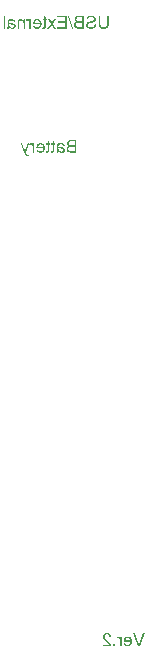
<source format=gbo>
G04*
G04 #@! TF.GenerationSoftware,Altium Limited,CircuitStudio,1.5.1 (13)*
G04*
G04 Layer_Color=13948096*
%FSLAX25Y25*%
%MOIN*%
G70*
G01*
G75*
G36*
X561919Y627953D02*
X561391D01*
Y632243D01*
X561919D01*
Y627953D01*
D02*
G37*
G36*
X590821Y632308D02*
X590972Y632289D01*
X591102Y632269D01*
X591220Y632243D01*
X591311Y632210D01*
X591350Y632197D01*
X591383Y632191D01*
X591416Y632178D01*
X591435Y632171D01*
X591442Y632165D01*
X591448D01*
X591572Y632106D01*
X591683Y632034D01*
X591775Y631962D01*
X591847Y631897D01*
X591905Y631832D01*
X591951Y631779D01*
X591977Y631747D01*
X591984Y631740D01*
Y631734D01*
X592042Y631629D01*
X592088Y631518D01*
X592121Y631420D01*
X592140Y631322D01*
X592153Y631244D01*
X592167Y631185D01*
Y631159D01*
Y631139D01*
Y631133D01*
Y631126D01*
X592160Y631022D01*
X592140Y630917D01*
X592121Y630826D01*
X592088Y630748D01*
X592062Y630682D01*
X592042Y630637D01*
X592023Y630604D01*
X592016Y630591D01*
X591951Y630506D01*
X591879Y630428D01*
X591807Y630362D01*
X591729Y630303D01*
X591664Y630258D01*
X591611Y630225D01*
X591572Y630199D01*
X591566Y630193D01*
X591559D01*
X591513Y630166D01*
X591455Y630147D01*
X591331Y630101D01*
X591193Y630055D01*
X591056Y630010D01*
X590932Y629977D01*
X590880Y629964D01*
X590834Y629951D01*
X590795Y629938D01*
X590763Y629931D01*
X590743Y629925D01*
X590736D01*
X590632Y629899D01*
X590534Y629873D01*
X590443Y629853D01*
X590364Y629833D01*
X590299Y629814D01*
X590234Y629794D01*
X590181Y629781D01*
X590129Y629768D01*
X590090Y629755D01*
X590057Y629742D01*
X590005Y629729D01*
X589979Y629722D01*
X589972Y629716D01*
X589881Y629677D01*
X589796Y629631D01*
X589731Y629592D01*
X589678Y629553D01*
X589639Y629513D01*
X589607Y629487D01*
X589594Y629468D01*
X589587Y629461D01*
X589548Y629402D01*
X589522Y629344D01*
X589496Y629285D01*
X589483Y629226D01*
X589476Y629180D01*
X589470Y629141D01*
Y629115D01*
Y629109D01*
X589476Y629037D01*
X589489Y628971D01*
X589509Y628906D01*
X589528Y628854D01*
X589555Y628808D01*
X589574Y628776D01*
X589587Y628749D01*
X589594Y628743D01*
X589646Y628684D01*
X589705Y628632D01*
X589763Y628586D01*
X589829Y628547D01*
X589881Y628514D01*
X589927Y628495D01*
X589953Y628482D01*
X589966Y628475D01*
X590064Y628442D01*
X590162Y628423D01*
X590253Y628403D01*
X590345Y628397D01*
X590416Y628390D01*
X590482Y628384D01*
X590534D01*
X590665Y628390D01*
X590789Y628403D01*
X590906Y628423D01*
X590998Y628449D01*
X591082Y628469D01*
X591141Y628488D01*
X591181Y628501D01*
X591187Y628508D01*
X591193D01*
X591292Y628560D01*
X591383Y628612D01*
X591455Y628671D01*
X591513Y628723D01*
X591566Y628769D01*
X591598Y628808D01*
X591618Y628834D01*
X591624Y628841D01*
X591670Y628926D01*
X591709Y629011D01*
X591736Y629102D01*
X591762Y629187D01*
X591775Y629265D01*
X591788Y629324D01*
X591794Y629363D01*
Y629370D01*
Y629376D01*
X592330Y629331D01*
X592317Y629174D01*
X592290Y629030D01*
X592251Y628893D01*
X592212Y628782D01*
X592173Y628684D01*
X592153Y628645D01*
X592134Y628612D01*
X592121Y628586D01*
X592108Y628567D01*
X592101Y628560D01*
Y628553D01*
X592010Y628436D01*
X591905Y628332D01*
X591807Y628247D01*
X591703Y628175D01*
X591618Y628116D01*
X591546Y628077D01*
X591520Y628064D01*
X591500Y628051D01*
X591487Y628044D01*
X591481D01*
X591324Y627992D01*
X591161Y627953D01*
X590998Y627920D01*
X590847Y627901D01*
X590776Y627894D01*
X590710Y627887D01*
X590652D01*
X590606Y627881D01*
X590508D01*
X590338Y627887D01*
X590188Y627907D01*
X590044Y627933D01*
X589927Y627966D01*
X589822Y627992D01*
X589783Y628005D01*
X589750Y628018D01*
X589724Y628031D01*
X589705Y628038D01*
X589692Y628044D01*
X589685D01*
X589555Y628116D01*
X589437Y628188D01*
X589339Y628266D01*
X589261Y628344D01*
X589195Y628410D01*
X589156Y628462D01*
X589123Y628501D01*
X589117Y628514D01*
X589052Y628625D01*
X589006Y628743D01*
X588967Y628854D01*
X588947Y628952D01*
X588934Y629037D01*
X588921Y629102D01*
Y629128D01*
Y629148D01*
Y629154D01*
Y629161D01*
X588928Y629285D01*
X588947Y629402D01*
X588980Y629507D01*
X589012Y629592D01*
X589045Y629670D01*
X589078Y629722D01*
X589097Y629755D01*
X589104Y629768D01*
X589176Y629859D01*
X589261Y629944D01*
X589352Y630023D01*
X589443Y630088D01*
X589528Y630134D01*
X589594Y630173D01*
X589620Y630186D01*
X589633Y630199D01*
X589646Y630206D01*
X589652D01*
X589705Y630225D01*
X589770Y630251D01*
X589835Y630277D01*
X589914Y630297D01*
X590070Y630343D01*
X590227Y630388D01*
X590371Y630421D01*
X590436Y630441D01*
X590495Y630454D01*
X590541Y630467D01*
X590573Y630473D01*
X590599Y630480D01*
X590606D01*
X590730Y630513D01*
X590841Y630539D01*
X590939Y630565D01*
X591030Y630597D01*
X591109Y630623D01*
X591174Y630643D01*
X591233Y630669D01*
X591285Y630695D01*
X591331Y630715D01*
X591370Y630728D01*
X591396Y630748D01*
X591416Y630761D01*
X591448Y630780D01*
X591455Y630787D01*
X591507Y630845D01*
X591546Y630904D01*
X591579Y630970D01*
X591598Y631028D01*
X591611Y631081D01*
X591618Y631126D01*
Y631152D01*
Y631166D01*
X591605Y631263D01*
X591579Y631348D01*
X591546Y631427D01*
X591500Y631492D01*
X591461Y631551D01*
X591422Y631590D01*
X591396Y631616D01*
X591389Y631623D01*
X591344Y631655D01*
X591292Y631688D01*
X591174Y631734D01*
X591050Y631766D01*
X590926Y631786D01*
X590815Y631806D01*
X590763D01*
X590723Y631812D01*
X590638D01*
X590462Y631806D01*
X590312Y631779D01*
X590181Y631747D01*
X590077Y631707D01*
X589998Y631668D01*
X589940Y631636D01*
X589907Y631610D01*
X589894Y631603D01*
X589809Y631518D01*
X589737Y631420D01*
X589685Y631322D01*
X589646Y631224D01*
X589620Y631133D01*
X589607Y631061D01*
X589600Y631035D01*
X589594Y631015D01*
Y631002D01*
Y630996D01*
X589052Y631035D01*
X589065Y631172D01*
X589091Y631296D01*
X589130Y631414D01*
X589169Y631512D01*
X589202Y631590D01*
X589234Y631655D01*
X589261Y631694D01*
X589267Y631707D01*
X589346Y631812D01*
X589437Y631903D01*
X589528Y631982D01*
X589620Y632047D01*
X589705Y632093D01*
X589770Y632132D01*
X589796Y632145D01*
X589816Y632152D01*
X589822Y632158D01*
X589829D01*
X589966Y632210D01*
X590109Y632249D01*
X590253Y632276D01*
X590384Y632295D01*
X590495Y632308D01*
X590541D01*
X590586Y632315D01*
X590665D01*
X590821Y632308D01*
D02*
G37*
G36*
X584611Y627881D02*
X584193D01*
X582953Y632315D01*
X583371D01*
X584611Y627881D01*
D02*
G37*
G36*
X567228Y631126D02*
X567339Y631113D01*
X567444Y631087D01*
X567535Y631054D01*
X567627Y631015D01*
X567705Y630970D01*
X567777Y630924D01*
X567849Y630878D01*
X567907Y630826D01*
X567953Y630780D01*
X567999Y630734D01*
X568032Y630695D01*
X568064Y630663D01*
X568084Y630637D01*
X568090Y630623D01*
X568097Y630617D01*
Y631061D01*
X568574D01*
Y627953D01*
X568045D01*
Y629651D01*
Y629755D01*
X568032Y629853D01*
X568025Y629944D01*
X568006Y630029D01*
X567986Y630101D01*
X567966Y630166D01*
X567947Y630225D01*
X567921Y630277D01*
X567901Y630323D01*
X567881Y630362D01*
X567842Y630415D01*
X567816Y630447D01*
X567803Y630460D01*
X567712Y630532D01*
X567607Y630584D01*
X567516Y630623D01*
X567424Y630650D01*
X567339Y630663D01*
X567281Y630676D01*
X567222D01*
X567143Y630669D01*
X567078Y630663D01*
X567013Y630643D01*
X566961Y630630D01*
X566915Y630611D01*
X566882Y630591D01*
X566863Y630584D01*
X566856Y630578D01*
X566804Y630539D01*
X566758Y630493D01*
X566719Y630454D01*
X566686Y630408D01*
X566667Y630375D01*
X566654Y630343D01*
X566641Y630323D01*
Y630317D01*
X566621Y630251D01*
X566602Y630180D01*
X566588Y630095D01*
X566582Y630023D01*
X566575Y629951D01*
Y629892D01*
Y629853D01*
Y629846D01*
Y629840D01*
Y627953D01*
X566046D01*
Y629859D01*
Y629990D01*
X566053Y630095D01*
X566059Y630186D01*
Y630258D01*
X566066Y630310D01*
X566073Y630349D01*
X566079Y630369D01*
Y630375D01*
X566099Y630454D01*
X566125Y630532D01*
X566151Y630597D01*
X566177Y630650D01*
X566203Y630695D01*
X566223Y630734D01*
X566236Y630754D01*
X566242Y630761D01*
X566288Y630819D01*
X566347Y630872D01*
X566406Y630917D01*
X566464Y630957D01*
X566517Y630989D01*
X566556Y631009D01*
X566582Y631022D01*
X566595Y631028D01*
X566686Y631061D01*
X566771Y631087D01*
X566863Y631107D01*
X566941Y631120D01*
X567006Y631126D01*
X567065Y631133D01*
X567111D01*
X567228Y631126D01*
D02*
G37*
G36*
X588170Y627953D02*
X586387D01*
X586257Y627966D01*
X586139Y627972D01*
X586035Y627985D01*
X585956Y627998D01*
X585898Y628005D01*
X585858Y628018D01*
X585845D01*
X585747Y628051D01*
X585656Y628083D01*
X585571Y628116D01*
X585506Y628149D01*
X585447Y628181D01*
X585408Y628207D01*
X585382Y628221D01*
X585375Y628227D01*
X585310Y628286D01*
X585245Y628351D01*
X585192Y628416D01*
X585147Y628482D01*
X585114Y628540D01*
X585081Y628586D01*
X585068Y628619D01*
X585062Y628632D01*
X585016Y628730D01*
X584983Y628828D01*
X584964Y628926D01*
X584944Y629011D01*
X584938Y629082D01*
X584931Y629141D01*
Y629180D01*
Y629193D01*
X584938Y629331D01*
X584964Y629455D01*
X584997Y629559D01*
X585036Y629657D01*
X585081Y629735D01*
X585114Y629794D01*
X585140Y629827D01*
X585147Y629840D01*
X585232Y629938D01*
X585330Y630016D01*
X585428Y630082D01*
X585526Y630140D01*
X585610Y630180D01*
X585682Y630212D01*
X585708Y630219D01*
X585728Y630225D01*
X585741Y630232D01*
X585747D01*
X585637Y630291D01*
X585545Y630356D01*
X585467Y630415D01*
X585401Y630480D01*
X585356Y630532D01*
X585317Y630578D01*
X585297Y630604D01*
X585290Y630617D01*
X585238Y630708D01*
X585206Y630806D01*
X585179Y630891D01*
X585160Y630970D01*
X585147Y631041D01*
X585140Y631094D01*
Y631126D01*
Y631139D01*
X585147Y631250D01*
X585166Y631355D01*
X585192Y631446D01*
X585225Y631531D01*
X585258Y631603D01*
X585284Y631662D01*
X585303Y631694D01*
X585310Y631707D01*
X585382Y631806D01*
X585454Y631884D01*
X585532Y631956D01*
X585610Y632014D01*
X585676Y632054D01*
X585728Y632086D01*
X585767Y632106D01*
X585774Y632112D01*
X585780D01*
X585898Y632158D01*
X586028Y632191D01*
X586159Y632210D01*
X586283Y632230D01*
X586394Y632236D01*
X586440D01*
X586485Y632243D01*
X588170D01*
Y627953D01*
D02*
G37*
G36*
X582469D02*
X579270D01*
Y628456D01*
X581901D01*
Y629918D01*
X579531D01*
Y630421D01*
X581901D01*
Y631740D01*
X579368D01*
Y632243D01*
X582469D01*
Y627953D01*
D02*
G37*
G36*
X569488Y631126D02*
X569553Y631113D01*
X569612Y631100D01*
X569658Y631081D01*
X569703Y631054D01*
X569736Y631041D01*
X569756Y631028D01*
X569762Y631022D01*
X569821Y630976D01*
X569873Y630911D01*
X569932Y630839D01*
X569984Y630767D01*
X570023Y630702D01*
X570056Y630643D01*
X570082Y630604D01*
X570089Y630597D01*
Y631061D01*
X570565D01*
Y627953D01*
X570036D01*
Y629579D01*
X570030Y629703D01*
X570023Y629814D01*
X570010Y629918D01*
X569991Y630010D01*
X569978Y630088D01*
X569965Y630147D01*
X569958Y630180D01*
X569951Y630193D01*
X569925Y630258D01*
X569899Y630317D01*
X569867Y630369D01*
X569834Y630408D01*
X569808Y630441D01*
X569782Y630467D01*
X569769Y630480D01*
X569762Y630486D01*
X569710Y630519D01*
X569658Y630545D01*
X569605Y630565D01*
X569560Y630578D01*
X569514Y630584D01*
X569481Y630591D01*
X569455D01*
X569383Y630584D01*
X569312Y630571D01*
X569246Y630552D01*
X569187Y630532D01*
X569142Y630513D01*
X569102Y630493D01*
X569076Y630480D01*
X569070Y630473D01*
X568881Y630957D01*
X568985Y631015D01*
X569083Y631061D01*
X569174Y631087D01*
X569253Y631113D01*
X569324Y631126D01*
X569377Y631133D01*
X569422D01*
X569488Y631126D01*
D02*
G37*
G36*
X573863Y589788D02*
X573974Y589775D01*
X574078Y589755D01*
X574176Y589729D01*
X574274Y589690D01*
X574359Y589657D01*
X574438Y589618D01*
X574509Y589579D01*
X574575Y589533D01*
X574627Y589494D01*
X574679Y589461D01*
X574718Y589429D01*
X574751Y589396D01*
X574770Y589376D01*
X574784Y589363D01*
X574790Y589357D01*
X574862Y589272D01*
X574921Y589181D01*
X574973Y589082D01*
X575019Y588985D01*
X575058Y588880D01*
X575091Y588782D01*
X575136Y588586D01*
X575156Y588495D01*
X575169Y588410D01*
X575175Y588332D01*
X575182Y588266D01*
X575188Y588214D01*
Y588168D01*
Y588142D01*
Y588136D01*
X575182Y587998D01*
X575169Y587868D01*
X575149Y587744D01*
X575123Y587633D01*
X575097Y587528D01*
X575064Y587430D01*
X575025Y587346D01*
X574986Y587267D01*
X574953Y587195D01*
X574914Y587130D01*
X574882Y587078D01*
X574849Y587039D01*
X574829Y587006D01*
X574810Y586980D01*
X574797Y586967D01*
X574790Y586960D01*
X574712Y586888D01*
X574627Y586823D01*
X574542Y586764D01*
X574451Y586719D01*
X574366Y586680D01*
X574274Y586647D01*
X574104Y586595D01*
X574020Y586575D01*
X573948Y586562D01*
X573882Y586555D01*
X573824Y586549D01*
X573778Y586542D01*
X573713D01*
X573517Y586555D01*
X573347Y586582D01*
X573190Y586627D01*
X573066Y586673D01*
X573007Y586699D01*
X572962Y586719D01*
X572923Y586745D01*
X572890Y586764D01*
X572857Y586777D01*
X572838Y586791D01*
X572831Y586803D01*
X572825D01*
X572707Y586908D01*
X572603Y587032D01*
X572524Y587156D01*
X572459Y587274D01*
X572407Y587385D01*
X572387Y587430D01*
X572374Y587470D01*
X572361Y587502D01*
X572354Y587528D01*
X572348Y587541D01*
Y587548D01*
X572890Y587620D01*
X572942Y587502D01*
X572994Y587398D01*
X573047Y587313D01*
X573099Y587248D01*
X573145Y587189D01*
X573184Y587156D01*
X573210Y587130D01*
X573216Y587123D01*
X573295Y587071D01*
X573380Y587039D01*
X573464Y587012D01*
X573543Y586993D01*
X573608Y586980D01*
X573660Y586973D01*
X573713D01*
X573850Y586986D01*
X573974Y587012D01*
X574085Y587058D01*
X574183Y587111D01*
X574255Y587156D01*
X574313Y587202D01*
X574346Y587228D01*
X574359Y587241D01*
X574444Y587352D01*
X574516Y587483D01*
X574562Y587613D01*
X574601Y587737D01*
X574627Y587855D01*
X574633Y587901D01*
X574640Y587946D01*
Y587979D01*
X574647Y588012D01*
Y588025D01*
Y588031D01*
X572335D01*
X572328Y588090D01*
Y588136D01*
Y588162D01*
Y588168D01*
X572335Y588312D01*
X572348Y588443D01*
X572367Y588567D01*
X572387Y588678D01*
X572420Y588789D01*
X572452Y588887D01*
X572492Y588972D01*
X572524Y589056D01*
X572563Y589128D01*
X572603Y589187D01*
X572635Y589239D01*
X572661Y589285D01*
X572687Y589318D01*
X572707Y589344D01*
X572720Y589357D01*
X572727Y589363D01*
X572805Y589442D01*
X572883Y589507D01*
X572968Y589566D01*
X573053Y589611D01*
X573138Y589657D01*
X573223Y589690D01*
X573380Y589742D01*
X573458Y589762D01*
X573523Y589775D01*
X573589Y589781D01*
X573641Y589788D01*
X573687Y589794D01*
X573745D01*
X573863Y589788D01*
D02*
G37*
G36*
X585630Y586614D02*
X583847D01*
X583717Y586627D01*
X583599Y586634D01*
X583495Y586647D01*
X583416Y586660D01*
X583357Y586666D01*
X583318Y586680D01*
X583305D01*
X583207Y586712D01*
X583116Y586745D01*
X583031Y586777D01*
X582966Y586810D01*
X582907Y586843D01*
X582868Y586869D01*
X582842Y586882D01*
X582835Y586888D01*
X582770Y586947D01*
X582704Y587012D01*
X582652Y587078D01*
X582607Y587143D01*
X582574Y587202D01*
X582541Y587248D01*
X582528Y587280D01*
X582522Y587293D01*
X582476Y587391D01*
X582443Y587489D01*
X582424Y587587D01*
X582404Y587672D01*
X582398Y587744D01*
X582391Y587803D01*
Y587842D01*
Y587855D01*
X582398Y587992D01*
X582424Y588116D01*
X582456Y588221D01*
X582495Y588318D01*
X582541Y588397D01*
X582574Y588456D01*
X582600Y588488D01*
X582607Y588501D01*
X582691Y588599D01*
X582789Y588678D01*
X582887Y588743D01*
X582985Y588802D01*
X583070Y588841D01*
X583142Y588873D01*
X583168Y588880D01*
X583188Y588887D01*
X583201Y588893D01*
X583207D01*
X583096Y588952D01*
X583005Y589017D01*
X582927Y589076D01*
X582861Y589141D01*
X582816Y589193D01*
X582776Y589239D01*
X582757Y589265D01*
X582750Y589278D01*
X582698Y589370D01*
X582665Y589468D01*
X582639Y589553D01*
X582620Y589631D01*
X582607Y589703D01*
X582600Y589755D01*
Y589788D01*
Y589801D01*
X582607Y589912D01*
X582626Y590016D01*
X582652Y590108D01*
X582685Y590193D01*
X582718Y590264D01*
X582744Y590323D01*
X582763Y590356D01*
X582770Y590369D01*
X582842Y590467D01*
X582913Y590545D01*
X582992Y590617D01*
X583070Y590676D01*
X583136Y590715D01*
X583188Y590748D01*
X583227Y590767D01*
X583233Y590774D01*
X583240D01*
X583357Y590820D01*
X583488Y590852D01*
X583619Y590872D01*
X583743Y590891D01*
X583854Y590898D01*
X583899D01*
X583945Y590904D01*
X585630D01*
Y586614D01*
D02*
G37*
G36*
X570611Y589788D02*
X570676Y589775D01*
X570735Y589762D01*
X570781Y589742D01*
X570826Y589716D01*
X570859Y589703D01*
X570879Y589690D01*
X570885Y589683D01*
X570944Y589638D01*
X570996Y589572D01*
X571055Y589500D01*
X571107Y589429D01*
X571146Y589363D01*
X571179Y589304D01*
X571205Y589265D01*
X571212Y589259D01*
Y589722D01*
X571688D01*
Y586614D01*
X571159D01*
Y588240D01*
X571153Y588364D01*
X571146Y588475D01*
X571133Y588580D01*
X571114Y588671D01*
X571101Y588750D01*
X571088Y588808D01*
X571081Y588841D01*
X571074Y588854D01*
X571048Y588919D01*
X571022Y588978D01*
X570990Y589030D01*
X570957Y589069D01*
X570931Y589102D01*
X570905Y589128D01*
X570892Y589141D01*
X570885Y589148D01*
X570833Y589181D01*
X570781Y589207D01*
X570728Y589226D01*
X570683Y589239D01*
X570637Y589246D01*
X570604Y589252D01*
X570578D01*
X570506Y589246D01*
X570435Y589233D01*
X570369Y589213D01*
X570310Y589193D01*
X570265Y589174D01*
X570226Y589154D01*
X570199Y589141D01*
X570193Y589135D01*
X570004Y589618D01*
X570108Y589677D01*
X570206Y589722D01*
X570297Y589749D01*
X570376Y589775D01*
X570448Y589788D01*
X570500Y589794D01*
X570546D01*
X570611Y589788D01*
D02*
G37*
G36*
X576592Y590486D02*
Y589722D01*
X576984D01*
Y589311D01*
X576592D01*
Y587522D01*
Y587437D01*
Y587359D01*
X576586Y587287D01*
Y587221D01*
X576579Y587163D01*
X576573Y587117D01*
X576560Y587032D01*
X576553Y586967D01*
X576540Y586928D01*
X576534Y586902D01*
Y586895D01*
X576508Y586843D01*
X576468Y586797D01*
X576436Y586758D01*
X576397Y586725D01*
X576364Y586699D01*
X576338Y586680D01*
X576318Y586666D01*
X576312Y586660D01*
X576246Y586634D01*
X576174Y586614D01*
X576096Y586595D01*
X576024Y586588D01*
X575959Y586582D01*
X575907Y586575D01*
X575861D01*
X575724Y586582D01*
X575659Y586588D01*
X575600Y586601D01*
X575541Y586608D01*
X575502Y586614D01*
X575476Y586621D01*
X575463D01*
X575534Y587084D01*
X575632Y587071D01*
X575672D01*
X575704Y587065D01*
X575770D01*
X575848Y587071D01*
X575907Y587084D01*
X575939Y587091D01*
X575952Y587097D01*
X575992Y587130D01*
X576018Y587163D01*
X576031Y587189D01*
X576037Y587202D01*
X576044Y587234D01*
X576050Y587274D01*
X576057Y587372D01*
X576063Y587417D01*
Y587457D01*
Y587483D01*
Y587489D01*
Y589311D01*
X575534D01*
Y589722D01*
X576063D01*
Y590806D01*
X576592Y590486D01*
D02*
G37*
G36*
X580510Y589788D02*
X580648Y589775D01*
X580765Y589762D01*
X580869Y589742D01*
X580954Y589716D01*
X581020Y589703D01*
X581039Y589696D01*
X581059Y589690D01*
X581065Y589683D01*
X581072D01*
X581177Y589638D01*
X581268Y589585D01*
X581353Y589533D01*
X581418Y589487D01*
X581470Y589442D01*
X581503Y589402D01*
X581529Y589376D01*
X581536Y589370D01*
X581594Y589291D01*
X581640Y589200D01*
X581679Y589115D01*
X581712Y589030D01*
X581732Y588952D01*
X581751Y588893D01*
X581758Y588854D01*
X581764Y588847D01*
Y588841D01*
X581248Y588769D01*
X581216Y588880D01*
X581170Y588978D01*
X581131Y589056D01*
X581085Y589122D01*
X581046Y589167D01*
X581013Y589200D01*
X580994Y589220D01*
X580987Y589226D01*
X580915Y589272D01*
X580824Y589304D01*
X580739Y589324D01*
X580648Y589344D01*
X580563Y589350D01*
X580497Y589357D01*
X580439D01*
X580301Y589350D01*
X580177Y589331D01*
X580073Y589298D01*
X579988Y589265D01*
X579923Y589233D01*
X579877Y589200D01*
X579844Y589181D01*
X579838Y589174D01*
X579786Y589115D01*
X579753Y589050D01*
X579727Y588972D01*
X579707Y588900D01*
X579694Y588834D01*
X579688Y588776D01*
Y588736D01*
Y588730D01*
Y588723D01*
Y588710D01*
Y588691D01*
Y588645D01*
X579694Y588606D01*
Y588593D01*
Y588586D01*
X579753Y588567D01*
X579818Y588547D01*
X579968Y588508D01*
X580125Y588482D01*
X580275Y588456D01*
X580419Y588429D01*
X580478Y588423D01*
X580530Y588416D01*
X580576Y588410D01*
X580608D01*
X580628Y588403D01*
X580634D01*
X580746Y588390D01*
X580837Y588377D01*
X580922Y588364D01*
X580987Y588351D01*
X581039Y588338D01*
X581072Y588332D01*
X581098Y588325D01*
X581105D01*
X581183Y588299D01*
X581255Y588273D01*
X581314Y588247D01*
X581372Y588214D01*
X581418Y588188D01*
X581451Y588168D01*
X581477Y588155D01*
X581483Y588149D01*
X581542Y588103D01*
X581594Y588057D01*
X581647Y588005D01*
X581686Y587959D01*
X581718Y587914D01*
X581738Y587881D01*
X581751Y587855D01*
X581758Y587848D01*
X581790Y587777D01*
X581816Y587705D01*
X581830Y587633D01*
X581843Y587568D01*
X581849Y587515D01*
X581856Y587470D01*
Y587443D01*
Y587430D01*
X581843Y587293D01*
X581810Y587163D01*
X581771Y587058D01*
X581718Y586967D01*
X581666Y586888D01*
X581627Y586836D01*
X581594Y586803D01*
X581581Y586791D01*
X581470Y586706D01*
X581340Y586647D01*
X581216Y586601D01*
X581085Y586575D01*
X580974Y586555D01*
X580922Y586549D01*
X580883D01*
X580843Y586542D01*
X580798D01*
X580680Y586549D01*
X580576Y586562D01*
X580478Y586575D01*
X580386Y586595D01*
X580314Y586614D01*
X580262Y586634D01*
X580230Y586640D01*
X580217Y586647D01*
X580112Y586692D01*
X580014Y586745D01*
X579916Y586803D01*
X579831Y586869D01*
X579753Y586921D01*
X579701Y586967D01*
X579662Y586993D01*
X579648Y587006D01*
X579635Y586921D01*
X579622Y586849D01*
X579609Y586784D01*
X579590Y586725D01*
X579570Y586680D01*
X579557Y586640D01*
X579551Y586621D01*
X579544Y586614D01*
X578995D01*
X579054Y586745D01*
X579080Y586810D01*
X579100Y586862D01*
X579113Y586908D01*
X579119Y586947D01*
X579126Y586973D01*
Y586980D01*
X579133Y587026D01*
X579139Y587078D01*
Y587137D01*
X579146Y587208D01*
X579152Y587359D01*
Y587522D01*
X579159Y587672D01*
Y587737D01*
Y587796D01*
Y587842D01*
Y587881D01*
Y587907D01*
Y587914D01*
Y588619D01*
Y588743D01*
X579165Y588841D01*
X579172Y588926D01*
Y588991D01*
X579178Y589043D01*
X579185Y589076D01*
X579191Y589096D01*
Y589102D01*
X579211Y589181D01*
X579237Y589252D01*
X579263Y589311D01*
X579289Y589363D01*
X579315Y589409D01*
X579335Y589435D01*
X579348Y589455D01*
X579355Y589461D01*
X579407Y589513D01*
X579459Y589559D01*
X579524Y589598D01*
X579583Y589631D01*
X579635Y589657D01*
X579681Y589683D01*
X579707Y589690D01*
X579720Y589696D01*
X579818Y589729D01*
X579923Y589755D01*
X580034Y589768D01*
X580138Y589781D01*
X580230Y589788D01*
X580301Y589794D01*
X580367D01*
X580510Y589788D01*
D02*
G37*
G36*
X568809Y586608D02*
X568828Y586549D01*
X568848Y586510D01*
X568854Y586484D01*
X568861Y586477D01*
X568900Y586373D01*
X568933Y586281D01*
X568959Y586216D01*
X568978Y586164D01*
X568998Y586124D01*
X569011Y586105D01*
X569018Y586092D01*
Y586085D01*
X569076Y586013D01*
X569135Y585961D01*
X569155Y585942D01*
X569174Y585928D01*
X569187Y585916D01*
X569194D01*
X569233Y585896D01*
X569279Y585883D01*
X569370Y585863D01*
X569416D01*
X569442Y585857D01*
X569475D01*
X569579Y585863D01*
X569671Y585883D01*
X569716Y585896D01*
X569749Y585902D01*
X569768Y585909D01*
X569775D01*
X569716Y585419D01*
X569586Y585380D01*
X569527Y585367D01*
X569475Y585360D01*
X569436D01*
X569403Y585354D01*
X569377D01*
X569285Y585360D01*
X569207Y585373D01*
X569129Y585393D01*
X569070Y585419D01*
X569018Y585439D01*
X568978Y585458D01*
X568952Y585471D01*
X568946Y585478D01*
X568881Y585530D01*
X568815Y585589D01*
X568763Y585654D01*
X568711Y585713D01*
X568672Y585772D01*
X568645Y585817D01*
X568626Y585844D01*
X568619Y585857D01*
X568600Y585896D01*
X568574Y585942D01*
X568528Y586053D01*
X568482Y586164D01*
X568430Y586281D01*
X568391Y586392D01*
X568371Y586438D01*
X568358Y586477D01*
X568345Y586516D01*
X568332Y586542D01*
X568325Y586555D01*
Y586562D01*
X567150Y589722D01*
X567672D01*
X568338Y587907D01*
X568384Y587777D01*
X568423Y587652D01*
X568463Y587535D01*
X568495Y587430D01*
X568521Y587346D01*
X568534Y587274D01*
X568547Y587248D01*
Y587228D01*
X568554Y587221D01*
Y587215D01*
X568593Y587352D01*
X568632Y587483D01*
X568672Y587607D01*
X568704Y587711D01*
X568737Y587803D01*
X568763Y587875D01*
X568770Y587901D01*
X568776Y587920D01*
X568783Y587927D01*
Y587933D01*
X569429Y589722D01*
X569991D01*
X568809Y586608D01*
D02*
G37*
G36*
X578258Y590486D02*
Y589722D01*
X578649D01*
Y589311D01*
X578258D01*
Y587522D01*
Y587437D01*
Y587359D01*
X578251Y587287D01*
Y587221D01*
X578244Y587163D01*
X578238Y587117D01*
X578225Y587032D01*
X578218Y586967D01*
X578205Y586928D01*
X578199Y586902D01*
Y586895D01*
X578173Y586843D01*
X578133Y586797D01*
X578101Y586758D01*
X578062Y586725D01*
X578029Y586699D01*
X578003Y586680D01*
X577983Y586666D01*
X577977Y586660D01*
X577912Y586634D01*
X577840Y586614D01*
X577761Y586595D01*
X577689Y586588D01*
X577624Y586582D01*
X577572Y586575D01*
X577526D01*
X577389Y586582D01*
X577324Y586588D01*
X577265Y586601D01*
X577206Y586608D01*
X577167Y586614D01*
X577141Y586621D01*
X577128D01*
X577200Y587084D01*
X577298Y587071D01*
X577337D01*
X577369Y587065D01*
X577435D01*
X577513Y587071D01*
X577572Y587084D01*
X577605Y587091D01*
X577618Y587097D01*
X577657Y587130D01*
X577683Y587163D01*
X577696Y587189D01*
X577703Y587202D01*
X577709Y587234D01*
X577716Y587274D01*
X577722Y587372D01*
X577729Y587417D01*
Y587457D01*
Y587483D01*
Y587489D01*
Y589311D01*
X577200D01*
Y589722D01*
X577729D01*
Y590806D01*
X578258Y590486D01*
D02*
G37*
G36*
X577781Y629559D02*
X578911Y627953D01*
X578271D01*
X577435Y629141D01*
X577291Y628913D01*
X576651Y627953D01*
X576005D01*
X577134Y629559D01*
X576077Y631061D01*
X576717D01*
X577239Y630323D01*
X577317Y630206D01*
X577356Y630147D01*
X577396Y630095D01*
X577428Y630049D01*
X577454Y630016D01*
X577467Y629990D01*
X577474Y629984D01*
X577539Y630095D01*
X577611Y630206D01*
X577644Y630251D01*
X577663Y630291D01*
X577683Y630317D01*
X577690Y630323D01*
X578179Y631061D01*
X578826D01*
X577781Y629559D01*
D02*
G37*
G36*
X599695Y425319D02*
X599760Y425306D01*
X599819Y425293D01*
X599865Y425274D01*
X599910Y425247D01*
X599943Y425234D01*
X599963Y425221D01*
X599969Y425215D01*
X600028Y425169D01*
X600080Y425104D01*
X600139Y425032D01*
X600191Y424960D01*
X600230Y424895D01*
X600263Y424836D01*
X600289Y424797D01*
X600295Y424790D01*
Y425254D01*
X600772D01*
Y422146D01*
X600243D01*
Y423772D01*
X600237Y423896D01*
X600230Y424007D01*
X600217Y424111D01*
X600198Y424203D01*
X600184Y424281D01*
X600172Y424340D01*
X600165Y424372D01*
X600158Y424385D01*
X600132Y424451D01*
X600106Y424509D01*
X600073Y424562D01*
X600041Y424601D01*
X600015Y424634D01*
X599989Y424660D01*
X599976Y424673D01*
X599969Y424679D01*
X599917Y424712D01*
X599865Y424738D01*
X599812Y424758D01*
X599767Y424771D01*
X599721Y424777D01*
X599688Y424784D01*
X599662D01*
X599590Y424777D01*
X599518Y424764D01*
X599453Y424745D01*
X599394Y424725D01*
X599349Y424705D01*
X599309Y424686D01*
X599283Y424673D01*
X599277Y424666D01*
X599087Y425149D01*
X599192Y425208D01*
X599290Y425254D01*
X599381Y425280D01*
X599460Y425306D01*
X599532Y425319D01*
X599584Y425326D01*
X599629D01*
X599695Y425319D01*
D02*
G37*
G36*
X564074Y631126D02*
X564212Y631113D01*
X564329Y631100D01*
X564434Y631081D01*
X564518Y631054D01*
X564584Y631041D01*
X564603Y631035D01*
X564623Y631028D01*
X564630Y631022D01*
X564636D01*
X564741Y630976D01*
X564832Y630924D01*
X564917Y630872D01*
X564982Y630826D01*
X565034Y630780D01*
X565067Y630741D01*
X565093Y630715D01*
X565100Y630708D01*
X565158Y630630D01*
X565204Y630539D01*
X565243Y630454D01*
X565276Y630369D01*
X565296Y630291D01*
X565315Y630232D01*
X565322Y630193D01*
X565328Y630186D01*
Y630180D01*
X564812Y630108D01*
X564780Y630219D01*
X564734Y630317D01*
X564695Y630395D01*
X564649Y630460D01*
X564610Y630506D01*
X564577Y630539D01*
X564558Y630558D01*
X564551Y630565D01*
X564479Y630611D01*
X564388Y630643D01*
X564303Y630663D01*
X564212Y630682D01*
X564127Y630689D01*
X564061Y630695D01*
X564003D01*
X563866Y630689D01*
X563741Y630669D01*
X563637Y630637D01*
X563552Y630604D01*
X563487Y630571D01*
X563441Y630539D01*
X563408Y630519D01*
X563402Y630513D01*
X563350Y630454D01*
X563317Y630388D01*
X563291Y630310D01*
X563271Y630238D01*
X563258Y630173D01*
X563252Y630114D01*
Y630075D01*
Y630068D01*
Y630062D01*
Y630049D01*
Y630029D01*
Y629984D01*
X563258Y629944D01*
Y629931D01*
Y629925D01*
X563317Y629905D01*
X563382Y629886D01*
X563532Y629846D01*
X563689Y629820D01*
X563839Y629794D01*
X563983Y629768D01*
X564042Y629762D01*
X564094Y629755D01*
X564140Y629748D01*
X564172D01*
X564192Y629742D01*
X564198D01*
X564310Y629729D01*
X564401Y629716D01*
X564486Y629703D01*
X564551Y629690D01*
X564603Y629677D01*
X564636Y629670D01*
X564662Y629664D01*
X564669D01*
X564747Y629637D01*
X564819Y629611D01*
X564878Y629585D01*
X564936Y629553D01*
X564982Y629527D01*
X565015Y629507D01*
X565041Y629494D01*
X565047Y629487D01*
X565106Y629442D01*
X565158Y629396D01*
X565211Y629344D01*
X565250Y629298D01*
X565282Y629252D01*
X565302Y629220D01*
X565315Y629193D01*
X565322Y629187D01*
X565354Y629115D01*
X565380Y629043D01*
X565393Y628971D01*
X565407Y628906D01*
X565413Y628854D01*
X565420Y628808D01*
Y628782D01*
Y628769D01*
X565407Y628632D01*
X565374Y628501D01*
X565335Y628397D01*
X565282Y628305D01*
X565230Y628227D01*
X565191Y628175D01*
X565158Y628142D01*
X565145Y628129D01*
X565034Y628044D01*
X564904Y627985D01*
X564780Y627940D01*
X564649Y627914D01*
X564538Y627894D01*
X564486Y627887D01*
X564447D01*
X564407Y627881D01*
X564362D01*
X564244Y627887D01*
X564140Y627901D01*
X564042Y627914D01*
X563950Y627933D01*
X563878Y627953D01*
X563826Y627972D01*
X563794Y627979D01*
X563781Y627985D01*
X563676Y628031D01*
X563578Y628083D01*
X563480Y628142D01*
X563395Y628207D01*
X563317Y628260D01*
X563265Y628305D01*
X563226Y628332D01*
X563212Y628344D01*
X563199Y628260D01*
X563186Y628188D01*
X563173Y628123D01*
X563154Y628064D01*
X563134Y628018D01*
X563121Y627979D01*
X563115Y627959D01*
X563108Y627953D01*
X562560D01*
X562618Y628083D01*
X562644Y628149D01*
X562664Y628201D01*
X562677Y628247D01*
X562683Y628286D01*
X562690Y628312D01*
Y628318D01*
X562697Y628364D01*
X562703Y628416D01*
Y628475D01*
X562710Y628547D01*
X562716Y628697D01*
Y628860D01*
X562723Y629011D01*
Y629076D01*
Y629135D01*
Y629180D01*
Y629220D01*
Y629246D01*
Y629252D01*
Y629957D01*
Y630082D01*
X562729Y630180D01*
X562736Y630264D01*
Y630330D01*
X562742Y630382D01*
X562749Y630415D01*
X562755Y630434D01*
Y630441D01*
X562775Y630519D01*
X562801Y630591D01*
X562827Y630650D01*
X562853Y630702D01*
X562879Y630748D01*
X562899Y630774D01*
X562912Y630793D01*
X562919Y630800D01*
X562971Y630852D01*
X563023Y630898D01*
X563088Y630937D01*
X563147Y630970D01*
X563199Y630996D01*
X563245Y631022D01*
X563271Y631028D01*
X563284Y631035D01*
X563382Y631068D01*
X563487Y631094D01*
X563598Y631107D01*
X563702Y631120D01*
X563794Y631126D01*
X563866Y631133D01*
X563931D01*
X564074Y631126D01*
D02*
G37*
G36*
X602947Y425319D02*
X603058Y425306D01*
X603162Y425287D01*
X603260Y425260D01*
X603358Y425221D01*
X603443Y425189D01*
X603521Y425149D01*
X603593Y425110D01*
X603658Y425065D01*
X603711Y425025D01*
X603763Y424993D01*
X603802Y424960D01*
X603835Y424927D01*
X603854Y424908D01*
X603867Y424895D01*
X603874Y424888D01*
X603946Y424803D01*
X604005Y424712D01*
X604057Y424614D01*
X604103Y424516D01*
X604142Y424412D01*
X604174Y424314D01*
X604220Y424118D01*
X604240Y424026D01*
X604253Y423941D01*
X604259Y423863D01*
X604266Y423798D01*
X604272Y423745D01*
Y423700D01*
Y423674D01*
Y423667D01*
X604266Y423530D01*
X604253Y423399D01*
X604233Y423275D01*
X604207Y423164D01*
X604181Y423060D01*
X604148Y422962D01*
X604109Y422877D01*
X604070Y422799D01*
X604037Y422727D01*
X603998Y422661D01*
X603965Y422609D01*
X603933Y422570D01*
X603913Y422538D01*
X603894Y422511D01*
X603881Y422498D01*
X603874Y422492D01*
X603796Y422420D01*
X603711Y422355D01*
X603626Y422296D01*
X603534Y422250D01*
X603449Y422211D01*
X603358Y422178D01*
X603188Y422126D01*
X603103Y422107D01*
X603032Y422093D01*
X602966Y422087D01*
X602908Y422080D01*
X602862Y422074D01*
X602797D01*
X602601Y422087D01*
X602431Y422113D01*
X602274Y422159D01*
X602150Y422204D01*
X602091Y422231D01*
X602046Y422250D01*
X602006Y422276D01*
X601974Y422296D01*
X601941Y422309D01*
X601922Y422322D01*
X601915Y422335D01*
X601908D01*
X601791Y422439D01*
X601686Y422564D01*
X601608Y422688D01*
X601543Y422805D01*
X601490Y422916D01*
X601471Y422962D01*
X601458Y423001D01*
X601445Y423034D01*
X601438Y423060D01*
X601432Y423073D01*
Y423079D01*
X601974Y423151D01*
X602026Y423034D01*
X602078Y422929D01*
X602131Y422844D01*
X602183Y422779D01*
X602228Y422720D01*
X602268Y422688D01*
X602294Y422661D01*
X602300Y422655D01*
X602379Y422603D01*
X602463Y422570D01*
X602548Y422544D01*
X602627Y422524D01*
X602692Y422511D01*
X602744Y422505D01*
X602797D01*
X602934Y422518D01*
X603058Y422544D01*
X603169Y422590D01*
X603267Y422642D01*
X603338Y422688D01*
X603397Y422733D01*
X603430Y422759D01*
X603443Y422773D01*
X603528Y422884D01*
X603600Y423014D01*
X603645Y423145D01*
X603685Y423269D01*
X603711Y423386D01*
X603717Y423432D01*
X603724Y423478D01*
Y423510D01*
X603730Y423543D01*
Y423556D01*
Y423563D01*
X601419D01*
X601412Y423621D01*
Y423667D01*
Y423693D01*
Y423700D01*
X601419Y423843D01*
X601432Y423974D01*
X601451Y424098D01*
X601471Y424209D01*
X601504Y424320D01*
X601536Y424418D01*
X601575Y424503D01*
X601608Y424588D01*
X601647Y424660D01*
X601686Y424719D01*
X601719Y424771D01*
X601745Y424816D01*
X601771Y424849D01*
X601791Y424875D01*
X601804Y424888D01*
X601811Y424895D01*
X601889Y424973D01*
X601967Y425038D01*
X602052Y425097D01*
X602137Y425143D01*
X602222Y425189D01*
X602307Y425221D01*
X602463Y425274D01*
X602542Y425293D01*
X602607Y425306D01*
X602672Y425313D01*
X602725Y425319D01*
X602770Y425326D01*
X602829D01*
X602947Y425319D01*
D02*
G37*
G36*
X606806Y422146D02*
X606225D01*
X604547Y426436D01*
X605121D01*
X606284Y423321D01*
X606329Y423190D01*
X606375Y423060D01*
X606414Y422942D01*
X606447Y422838D01*
X606473Y422746D01*
X606493Y422675D01*
X606499Y422648D01*
X606506Y422629D01*
X606512Y422622D01*
Y422616D01*
X606584Y422864D01*
X606623Y422982D01*
X606662Y423093D01*
X606695Y423184D01*
X606714Y423256D01*
X606728Y423282D01*
X606734Y423302D01*
X606741Y423315D01*
Y423321D01*
X607851Y426436D01*
X608471D01*
X606806Y422146D01*
D02*
G37*
G36*
X572740Y631126D02*
X572851Y631113D01*
X572955Y631094D01*
X573053Y631068D01*
X573151Y631028D01*
X573236Y630996D01*
X573314Y630957D01*
X573386Y630917D01*
X573452Y630872D01*
X573504Y630832D01*
X573556Y630800D01*
X573595Y630767D01*
X573628Y630734D01*
X573647Y630715D01*
X573661Y630702D01*
X573667Y630695D01*
X573739Y630611D01*
X573798Y630519D01*
X573850Y630421D01*
X573896Y630323D01*
X573935Y630219D01*
X573967Y630121D01*
X574013Y629925D01*
X574033Y629833D01*
X574046Y629748D01*
X574052Y629670D01*
X574059Y629605D01*
X574065Y629553D01*
Y629507D01*
Y629481D01*
Y629474D01*
X574059Y629337D01*
X574046Y629207D01*
X574026Y629082D01*
X574000Y628971D01*
X573974Y628867D01*
X573941Y628769D01*
X573902Y628684D01*
X573863Y628606D01*
X573830Y628534D01*
X573791Y628469D01*
X573758Y628416D01*
X573726Y628377D01*
X573706Y628344D01*
X573687Y628318D01*
X573673Y628305D01*
X573667Y628299D01*
X573589Y628227D01*
X573504Y628162D01*
X573419Y628103D01*
X573327Y628057D01*
X573243Y628018D01*
X573151Y627985D01*
X572981Y627933D01*
X572896Y627914D01*
X572825Y627901D01*
X572759Y627894D01*
X572701Y627887D01*
X572655Y627881D01*
X572589D01*
X572394Y627894D01*
X572224Y627920D01*
X572067Y627966D01*
X571943Y628012D01*
X571884Y628038D01*
X571839Y628057D01*
X571799Y628083D01*
X571767Y628103D01*
X571734Y628116D01*
X571714Y628129D01*
X571708Y628142D01*
X571701D01*
X571584Y628247D01*
X571479Y628371D01*
X571401Y628495D01*
X571336Y628612D01*
X571283Y628723D01*
X571264Y628769D01*
X571251Y628808D01*
X571238Y628841D01*
X571231Y628867D01*
X571225Y628880D01*
Y628887D01*
X571767Y628958D01*
X571819Y628841D01*
X571871Y628736D01*
X571923Y628652D01*
X571976Y628586D01*
X572021Y628527D01*
X572061Y628495D01*
X572087Y628469D01*
X572093Y628462D01*
X572172Y628410D01*
X572257Y628377D01*
X572341Y628351D01*
X572420Y628332D01*
X572485Y628318D01*
X572537Y628312D01*
X572589D01*
X572727Y628325D01*
X572851Y628351D01*
X572962Y628397D01*
X573060Y628449D01*
X573132Y628495D01*
X573190Y628540D01*
X573223Y628567D01*
X573236Y628580D01*
X573321Y628691D01*
X573393Y628821D01*
X573438Y628952D01*
X573478Y629076D01*
X573504Y629193D01*
X573510Y629239D01*
X573517Y629285D01*
Y629318D01*
X573523Y629350D01*
Y629363D01*
Y629370D01*
X571212D01*
X571205Y629428D01*
Y629474D01*
Y629500D01*
Y629507D01*
X571212Y629651D01*
X571225Y629781D01*
X571244Y629905D01*
X571264Y630016D01*
X571297Y630127D01*
X571329Y630225D01*
X571368Y630310D01*
X571401Y630395D01*
X571440Y630467D01*
X571479Y630526D01*
X571512Y630578D01*
X571538Y630623D01*
X571564Y630656D01*
X571584Y630682D01*
X571597Y630695D01*
X571603Y630702D01*
X571682Y630780D01*
X571760Y630845D01*
X571845Y630904D01*
X571930Y630950D01*
X572015Y630996D01*
X572100Y631028D01*
X572257Y631081D01*
X572335Y631100D01*
X572400Y631113D01*
X572466Y631120D01*
X572518Y631126D01*
X572563Y631133D01*
X572622D01*
X572740Y631126D01*
D02*
G37*
G36*
X595953Y426449D02*
X596058Y426442D01*
X596253Y426403D01*
X596338Y426384D01*
X596423Y426358D01*
X596495Y426325D01*
X596560Y426299D01*
X596619Y426266D01*
X596671Y426240D01*
X596717Y426207D01*
X596756Y426188D01*
X596782Y426168D01*
X596802Y426149D01*
X596815Y426142D01*
X596822Y426135D01*
X596887Y426070D01*
X596939Y426005D01*
X597037Y425855D01*
X597109Y425704D01*
X597161Y425554D01*
X597200Y425424D01*
X597207Y425365D01*
X597220Y425313D01*
X597226Y425274D01*
X597233Y425241D01*
Y425221D01*
Y425215D01*
X596691Y425156D01*
X596678Y425300D01*
X596652Y425424D01*
X596619Y425528D01*
X596573Y425620D01*
X596534Y425691D01*
X596495Y425744D01*
X596469Y425770D01*
X596462Y425783D01*
X596371Y425861D01*
X596273Y425920D01*
X596169Y425959D01*
X596071Y425992D01*
X595986Y426005D01*
X595920Y426011D01*
X595894Y426018D01*
X595855D01*
X595724Y426011D01*
X595607Y425985D01*
X595509Y425953D01*
X595424Y425913D01*
X595359Y425868D01*
X595307Y425835D01*
X595281Y425809D01*
X595267Y425803D01*
X595189Y425718D01*
X595137Y425626D01*
X595098Y425541D01*
X595065Y425456D01*
X595052Y425385D01*
X595045Y425326D01*
X595039Y425287D01*
Y425280D01*
Y425274D01*
X595052Y425163D01*
X595078Y425045D01*
X595117Y424940D01*
X595163Y424843D01*
X595209Y424758D01*
X595248Y424692D01*
X595261Y424666D01*
X595274Y424647D01*
X595287Y424640D01*
Y424634D01*
X595339Y424568D01*
X595398Y424497D01*
X595463Y424425D01*
X595542Y424353D01*
X595698Y424203D01*
X595855Y424052D01*
X595999Y423928D01*
X596064Y423870D01*
X596123Y423824D01*
X596169Y423778D01*
X596201Y423752D01*
X596227Y423732D01*
X596234Y423726D01*
X596391Y423589D01*
X596534Y423465D01*
X596652Y423354D01*
X596750Y423262D01*
X596828Y423184D01*
X596880Y423125D01*
X596913Y423086D01*
X596926Y423079D01*
Y423073D01*
X597011Y422968D01*
X597076Y422870D01*
X597142Y422773D01*
X597187Y422688D01*
X597226Y422609D01*
X597253Y422557D01*
X597266Y422518D01*
X597272Y422511D01*
Y422505D01*
X597292Y422439D01*
X597311Y422374D01*
X597318Y422315D01*
X597324Y422263D01*
X597331Y422218D01*
Y422178D01*
Y422152D01*
Y422146D01*
X594490D01*
Y422648D01*
X596600D01*
X596528Y422753D01*
X596456Y422838D01*
X596423Y422877D01*
X596397Y422903D01*
X596384Y422923D01*
X596378Y422929D01*
X596345Y422962D01*
X596312Y422995D01*
X596227Y423073D01*
X596123Y423164D01*
X596025Y423256D01*
X595927Y423341D01*
X595849Y423406D01*
X595816Y423432D01*
X595790Y423452D01*
X595777Y423465D01*
X595770Y423471D01*
X595666Y423563D01*
X595574Y423641D01*
X595483Y423719D01*
X595405Y423791D01*
X595333Y423863D01*
X595267Y423922D01*
X595202Y423981D01*
X595150Y424033D01*
X595104Y424079D01*
X595065Y424118D01*
X595006Y424177D01*
X594974Y424216D01*
X594960Y424229D01*
X594876Y424333D01*
X594797Y424425D01*
X594738Y424516D01*
X594693Y424594D01*
X594654Y424660D01*
X594628Y424705D01*
X594614Y424738D01*
X594608Y424751D01*
X594569Y424843D01*
X594543Y424934D01*
X594523Y425019D01*
X594510Y425097D01*
X594503Y425163D01*
X594497Y425215D01*
Y425247D01*
Y425260D01*
X594503Y425352D01*
X594510Y425443D01*
X594556Y425607D01*
X594614Y425750D01*
X594680Y425874D01*
X594745Y425972D01*
X594778Y426011D01*
X594804Y426051D01*
X594830Y426077D01*
X594849Y426096D01*
X594856Y426103D01*
X594863Y426109D01*
X594934Y426168D01*
X595006Y426227D01*
X595085Y426273D01*
X595169Y426312D01*
X595333Y426371D01*
X595490Y426410D01*
X595561Y426429D01*
X595627Y426436D01*
X595685Y426442D01*
X595738Y426449D01*
X595783Y426455D01*
X595842D01*
X595953Y426449D01*
D02*
G37*
G36*
X596457Y629762D02*
Y629637D01*
X596450Y629520D01*
X596444Y629409D01*
X596431Y629305D01*
X596418Y629213D01*
X596404Y629122D01*
X596391Y629043D01*
X596372Y628971D01*
X596359Y628906D01*
X596346Y628847D01*
X596333Y628795D01*
X596320Y628756D01*
X596307Y628723D01*
X596300Y628704D01*
X596293Y628691D01*
Y628684D01*
X596222Y628547D01*
X596137Y628423D01*
X596052Y628325D01*
X595960Y628240D01*
X595882Y628168D01*
X595810Y628123D01*
X595784Y628103D01*
X595771Y628096D01*
X595758Y628083D01*
X595751D01*
X595601Y628018D01*
X595432Y627966D01*
X595268Y627933D01*
X595112Y627907D01*
X595040Y627901D01*
X594974Y627894D01*
X594916Y627887D01*
X594863D01*
X594824Y627881D01*
X594765D01*
X594543Y627894D01*
X594347Y627920D01*
X594256Y627933D01*
X594178Y627953D01*
X594099Y627979D01*
X594034Y627998D01*
X593975Y628018D01*
X593917Y628044D01*
X593871Y628064D01*
X593838Y628077D01*
X593806Y628096D01*
X593786Y628103D01*
X593773Y628116D01*
X593766D01*
X593636Y628214D01*
X593518Y628312D01*
X593427Y628416D01*
X593355Y628514D01*
X593303Y628606D01*
X593263Y628671D01*
X593251Y628697D01*
X593244Y628717D01*
X593237Y628730D01*
Y628736D01*
X593185Y628887D01*
X593153Y629056D01*
X593126Y629226D01*
X593107Y629389D01*
X593100Y629468D01*
X593094Y629539D01*
Y629598D01*
X593087Y629657D01*
Y629703D01*
Y629735D01*
Y629755D01*
Y629762D01*
Y632243D01*
X593655D01*
Y629762D01*
Y629618D01*
X593668Y629481D01*
X593681Y629363D01*
X593694Y629252D01*
X593714Y629148D01*
X593740Y629063D01*
X593766Y628984D01*
X593786Y628913D01*
X593812Y628854D01*
X593838Y628802D01*
X593858Y628762D01*
X593884Y628730D01*
X593897Y628704D01*
X593910Y628684D01*
X593923Y628678D01*
Y628671D01*
X593975Y628619D01*
X594041Y628580D01*
X594178Y628508D01*
X594321Y628462D01*
X594472Y628423D01*
X594602Y628403D01*
X594661Y628397D01*
X594713D01*
X594759Y628390D01*
X594818D01*
X594948Y628397D01*
X595066Y628410D01*
X595170Y628436D01*
X595262Y628462D01*
X595333Y628482D01*
X595386Y628508D01*
X595418Y628521D01*
X595432Y628527D01*
X595523Y628586D01*
X595595Y628652D01*
X595660Y628723D01*
X595706Y628789D01*
X595745Y628847D01*
X595771Y628893D01*
X595784Y628926D01*
X595791Y628939D01*
X595810Y628991D01*
X595823Y629050D01*
X595849Y629180D01*
X595862Y629318D01*
X595876Y629448D01*
X595882Y629572D01*
X595889Y629624D01*
Y629670D01*
Y629709D01*
Y629735D01*
Y629755D01*
Y629762D01*
Y632243D01*
X596457D01*
Y629762D01*
D02*
G37*
G36*
X598630Y422146D02*
X598030D01*
Y422746D01*
X598630D01*
Y422146D01*
D02*
G37*
G36*
X575469Y631825D02*
Y631061D01*
X575861D01*
Y630650D01*
X575469D01*
Y628860D01*
Y628776D01*
Y628697D01*
X575463Y628625D01*
Y628560D01*
X575456Y628501D01*
X575450Y628456D01*
X575437Y628371D01*
X575430Y628305D01*
X575417Y628266D01*
X575411Y628240D01*
Y628233D01*
X575384Y628181D01*
X575345Y628136D01*
X575313Y628096D01*
X575273Y628064D01*
X575241Y628038D01*
X575215Y628018D01*
X575195Y628005D01*
X575188Y627998D01*
X575123Y627972D01*
X575051Y627953D01*
X574973Y627933D01*
X574901Y627927D01*
X574836Y627920D01*
X574784Y627914D01*
X574738D01*
X574601Y627920D01*
X574536Y627927D01*
X574477Y627940D01*
X574418Y627946D01*
X574379Y627953D01*
X574353Y627959D01*
X574340D01*
X574411Y628423D01*
X574509Y628410D01*
X574548D01*
X574581Y628403D01*
X574647D01*
X574725Y628410D01*
X574784Y628423D01*
X574816Y628429D01*
X574829Y628436D01*
X574868Y628469D01*
X574895Y628501D01*
X574908Y628527D01*
X574914Y628540D01*
X574921Y628573D01*
X574927Y628612D01*
X574934Y628710D01*
X574940Y628756D01*
Y628795D01*
Y628821D01*
Y628828D01*
Y630650D01*
X574411D01*
Y631061D01*
X574940D01*
Y632145D01*
X575469Y631825D01*
D02*
G37*
%LPC*%
G36*
X602855Y424895D02*
X602823D01*
X602751Y424888D01*
X602679Y424882D01*
X602555Y424849D01*
X602444Y424797D01*
X602346Y424738D01*
X602274Y424679D01*
X602215Y424634D01*
X602183Y424594D01*
X602170Y424588D01*
Y424581D01*
X602111Y424503D01*
X602072Y424405D01*
X602033Y424307D01*
X602006Y424216D01*
X601987Y424131D01*
X601974Y424059D01*
Y424033D01*
X601967Y424013D01*
Y424000D01*
Y423994D01*
X603704D01*
X603685Y424137D01*
X603652Y424268D01*
X603606Y424379D01*
X603560Y424470D01*
X603515Y424549D01*
X603476Y424601D01*
X603449Y424634D01*
X603437Y424647D01*
X603338Y424731D01*
X603234Y424790D01*
X603136Y424836D01*
X603038Y424862D01*
X602953Y424882D01*
X602881Y424888D01*
X602855Y424895D01*
D02*
G37*
G36*
X579694Y588175D02*
Y587979D01*
X579701Y587855D01*
X579707Y587750D01*
X579720Y587659D01*
X579733Y587581D01*
X579753Y587522D01*
X579766Y587483D01*
X579773Y587457D01*
X579779Y587450D01*
X579825Y587365D01*
X579883Y587293D01*
X579942Y587228D01*
X579994Y587182D01*
X580047Y587137D01*
X580092Y587111D01*
X580119Y587091D01*
X580132Y587084D01*
X580223Y587039D01*
X580314Y587006D01*
X580406Y586986D01*
X580484Y586973D01*
X580563Y586960D01*
X580615Y586954D01*
X580667D01*
X580778Y586960D01*
X580869Y586973D01*
X580954Y586999D01*
X581020Y587026D01*
X581072Y587045D01*
X581105Y587071D01*
X581131Y587084D01*
X581137Y587091D01*
X581189Y587150D01*
X581229Y587208D01*
X581255Y587267D01*
X581274Y587319D01*
X581287Y587372D01*
X581294Y587411D01*
Y587437D01*
Y587443D01*
X581287Y587496D01*
X581281Y587541D01*
X581255Y587620D01*
X581242Y587652D01*
X581235Y587672D01*
X581222Y587685D01*
Y587692D01*
X581157Y587770D01*
X581092Y587822D01*
X581065Y587842D01*
X581039Y587855D01*
X581026Y587868D01*
X581020D01*
X580961Y587887D01*
X580889Y587907D01*
X580739Y587940D01*
X580667Y587953D01*
X580608Y587966D01*
X580569Y587972D01*
X580556D01*
X580452Y587992D01*
X580354Y588005D01*
X580262Y588025D01*
X580177Y588038D01*
X580099Y588057D01*
X580034Y588077D01*
X579968Y588090D01*
X579910Y588103D01*
X579857Y588123D01*
X579818Y588136D01*
X579779Y588142D01*
X579746Y588155D01*
X579727Y588162D01*
X579707Y588168D01*
X579694Y588175D01*
D02*
G37*
G36*
X585062Y588593D02*
X583932D01*
X583802Y588580D01*
X583697Y588573D01*
X583606Y588560D01*
X583540Y588547D01*
X583488Y588534D01*
X583462Y588527D01*
X583449Y588521D01*
X583370Y588488D01*
X583305Y588449D01*
X583247Y588410D01*
X583201Y588364D01*
X583162Y588325D01*
X583129Y588299D01*
X583116Y588273D01*
X583109Y588266D01*
X583064Y588201D01*
X583031Y588129D01*
X583011Y588057D01*
X582992Y587992D01*
X582985Y587940D01*
X582979Y587894D01*
Y587868D01*
Y587855D01*
X582985Y587777D01*
X582992Y587711D01*
X583005Y587646D01*
X583018Y587594D01*
X583038Y587548D01*
X583051Y587515D01*
X583057Y587496D01*
X583064Y587489D01*
X583096Y587437D01*
X583136Y587385D01*
X583168Y587346D01*
X583207Y587313D01*
X583240Y587280D01*
X583259Y587261D01*
X583279Y587254D01*
X583286Y587248D01*
X583390Y587195D01*
X583495Y587163D01*
X583540Y587150D01*
X583579Y587143D01*
X583606Y587137D01*
X583612D01*
X583658Y587130D01*
X583717Y587123D01*
X583847Y587117D01*
X585062D01*
Y588593D01*
D02*
G37*
G36*
X572648Y630702D02*
X572616D01*
X572544Y630695D01*
X572472Y630689D01*
X572348Y630656D01*
X572237Y630604D01*
X572139Y630545D01*
X572067Y630486D01*
X572008Y630441D01*
X571976Y630402D01*
X571963Y630395D01*
Y630388D01*
X571904Y630310D01*
X571865Y630212D01*
X571826Y630114D01*
X571799Y630023D01*
X571780Y629938D01*
X571767Y629866D01*
Y629840D01*
X571760Y629820D01*
Y629807D01*
Y629801D01*
X573497D01*
X573478Y629944D01*
X573445Y630075D01*
X573399Y630186D01*
X573353Y630277D01*
X573308Y630356D01*
X573269Y630408D01*
X573243Y630441D01*
X573230Y630454D01*
X573132Y630539D01*
X573027Y630597D01*
X572929Y630643D01*
X572831Y630669D01*
X572746Y630689D01*
X572674Y630695D01*
X572648Y630702D01*
D02*
G37*
G36*
X587602Y629931D02*
X586472D01*
X586342Y629918D01*
X586237Y629912D01*
X586146Y629899D01*
X586081Y629886D01*
X586028Y629873D01*
X586002Y629866D01*
X585989Y629859D01*
X585911Y629827D01*
X585845Y629788D01*
X585787Y629748D01*
X585741Y629703D01*
X585702Y629664D01*
X585669Y629637D01*
X585656Y629611D01*
X585649Y629605D01*
X585604Y629539D01*
X585571Y629468D01*
X585552Y629396D01*
X585532Y629331D01*
X585526Y629278D01*
X585519Y629233D01*
Y629207D01*
Y629193D01*
X585526Y629115D01*
X585532Y629050D01*
X585545Y628984D01*
X585558Y628932D01*
X585578Y628887D01*
X585591Y628854D01*
X585597Y628834D01*
X585604Y628828D01*
X585637Y628776D01*
X585676Y628723D01*
X585708Y628684D01*
X585747Y628652D01*
X585780Y628619D01*
X585800Y628599D01*
X585819Y628593D01*
X585826Y628586D01*
X585930Y628534D01*
X586035Y628501D01*
X586081Y628488D01*
X586120Y628482D01*
X586146Y628475D01*
X586152D01*
X586198Y628469D01*
X586257Y628462D01*
X586387Y628456D01*
X587602D01*
Y629931D01*
D02*
G37*
G36*
X563258Y629513D02*
Y629318D01*
X563265Y629193D01*
X563271Y629089D01*
X563284Y628998D01*
X563297Y628919D01*
X563317Y628860D01*
X563330Y628821D01*
X563337Y628795D01*
X563343Y628789D01*
X563389Y628704D01*
X563448Y628632D01*
X563506Y628567D01*
X563559Y628521D01*
X563611Y628475D01*
X563657Y628449D01*
X563683Y628429D01*
X563696Y628423D01*
X563787Y628377D01*
X563878Y628344D01*
X563970Y628325D01*
X564048Y628312D01*
X564127Y628299D01*
X564179Y628292D01*
X564231D01*
X564342Y628299D01*
X564434Y628312D01*
X564518Y628338D01*
X564584Y628364D01*
X564636Y628384D01*
X564669Y628410D01*
X564695Y628423D01*
X564701Y628429D01*
X564753Y628488D01*
X564793Y628547D01*
X564819Y628606D01*
X564838Y628658D01*
X564852Y628710D01*
X564858Y628749D01*
Y628776D01*
Y628782D01*
X564852Y628834D01*
X564845Y628880D01*
X564819Y628958D01*
X564806Y628991D01*
X564799Y629011D01*
X564786Y629024D01*
Y629030D01*
X564721Y629109D01*
X564656Y629161D01*
X564630Y629180D01*
X564603Y629193D01*
X564590Y629207D01*
X564584D01*
X564525Y629226D01*
X564453Y629246D01*
X564303Y629278D01*
X564231Y629291D01*
X564172Y629305D01*
X564133Y629311D01*
X564120D01*
X564016Y629331D01*
X563918Y629344D01*
X563826Y629363D01*
X563741Y629376D01*
X563663Y629396D01*
X563598Y629416D01*
X563532Y629428D01*
X563474Y629442D01*
X563421Y629461D01*
X563382Y629474D01*
X563343Y629481D01*
X563310Y629494D01*
X563291Y629500D01*
X563271Y629507D01*
X563258Y629513D01*
D02*
G37*
G36*
X573771Y589363D02*
X573739D01*
X573667Y589357D01*
X573595Y589350D01*
X573471Y589318D01*
X573360Y589265D01*
X573262Y589207D01*
X573190Y589148D01*
X573132Y589102D01*
X573099Y589063D01*
X573086Y589056D01*
Y589050D01*
X573027Y588972D01*
X572988Y588873D01*
X572949Y588776D01*
X572923Y588684D01*
X572903Y588599D01*
X572890Y588527D01*
Y588501D01*
X572883Y588482D01*
Y588469D01*
Y588462D01*
X574620D01*
X574601Y588606D01*
X574568Y588736D01*
X574522Y588847D01*
X574477Y588939D01*
X574431Y589017D01*
X574392Y589069D01*
X574366Y589102D01*
X574353Y589115D01*
X574255Y589200D01*
X574150Y589259D01*
X574052Y589304D01*
X573954Y589331D01*
X573869Y589350D01*
X573798Y589357D01*
X573771Y589363D01*
D02*
G37*
G36*
X587602Y631740D02*
X586590D01*
X586453Y631727D01*
X586342Y631721D01*
X586250Y631707D01*
X586185Y631694D01*
X586139Y631688D01*
X586107Y631675D01*
X586100D01*
X586035Y631649D01*
X585976Y631616D01*
X585924Y631577D01*
X585885Y631544D01*
X585852Y631505D01*
X585826Y631479D01*
X585813Y631459D01*
X585806Y631453D01*
X585774Y631388D01*
X585747Y631322D01*
X585728Y631263D01*
X585715Y631205D01*
X585708Y631152D01*
X585702Y631113D01*
Y631081D01*
Y631074D01*
X585708Y630989D01*
X585721Y630917D01*
X585734Y630852D01*
X585754Y630800D01*
X585780Y630754D01*
X585793Y630722D01*
X585806Y630702D01*
X585813Y630695D01*
X585858Y630643D01*
X585911Y630597D01*
X585963Y630558D01*
X586015Y630532D01*
X586067Y630506D01*
X586107Y630493D01*
X586133Y630486D01*
X586139Y630480D01*
X586211Y630467D01*
X586290Y630454D01*
X586381Y630447D01*
X586472Y630441D01*
X586551Y630434D01*
X587602D01*
Y631740D01*
D02*
G37*
G36*
X585062Y590402D02*
X584050D01*
X583913Y590388D01*
X583802Y590382D01*
X583710Y590369D01*
X583645Y590356D01*
X583599Y590349D01*
X583566Y590336D01*
X583560D01*
X583495Y590310D01*
X583436Y590277D01*
X583384Y590238D01*
X583344Y590206D01*
X583312Y590167D01*
X583286Y590140D01*
X583273Y590121D01*
X583266Y590114D01*
X583233Y590049D01*
X583207Y589984D01*
X583188Y589925D01*
X583175Y589866D01*
X583168Y589814D01*
X583162Y589775D01*
Y589742D01*
Y589736D01*
X583168Y589651D01*
X583181Y589579D01*
X583194Y589513D01*
X583214Y589461D01*
X583240Y589416D01*
X583253Y589383D01*
X583266Y589363D01*
X583273Y589357D01*
X583318Y589304D01*
X583370Y589259D01*
X583423Y589220D01*
X583475Y589193D01*
X583527Y589167D01*
X583566Y589154D01*
X583593Y589148D01*
X583599Y589141D01*
X583671Y589128D01*
X583749Y589115D01*
X583841Y589109D01*
X583932Y589102D01*
X584011Y589096D01*
X585062D01*
Y590402D01*
D02*
G37*
%LPD*%
M02*

</source>
